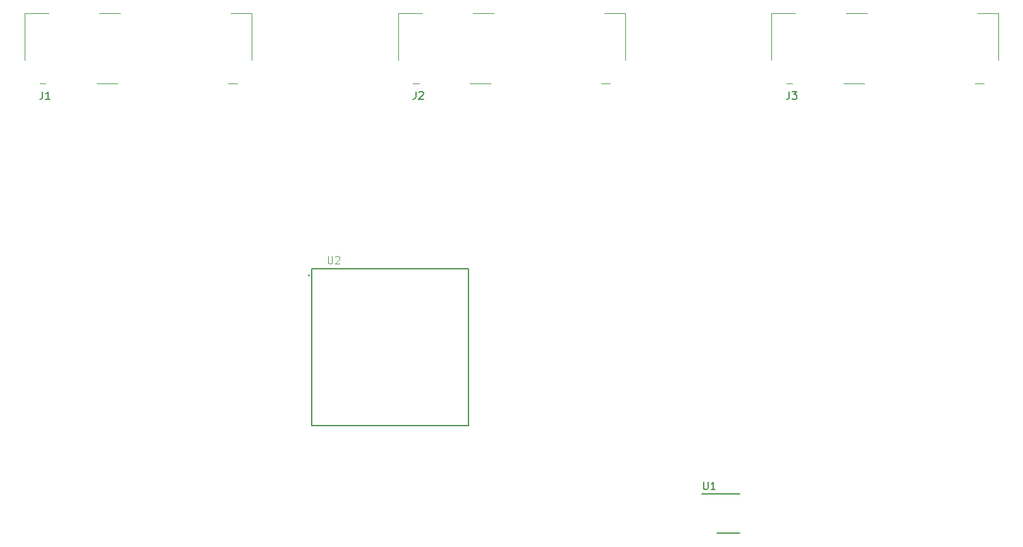
<source format=gbr>
%TF.GenerationSoftware,KiCad,Pcbnew,5.1.6-c6e7f7d~86~ubuntu18.04.1*%
%TF.CreationDate,2020-06-01T18:26:28-05:00*%
%TF.ProjectId,AP2100,41503231-3030-42e6-9b69-6361645f7063,rev?*%
%TF.SameCoordinates,Original*%
%TF.FileFunction,Legend,Top*%
%TF.FilePolarity,Positive*%
%FSLAX46Y46*%
G04 Gerber Fmt 4.6, Leading zero omitted, Abs format (unit mm)*
G04 Created by KiCad (PCBNEW 5.1.6-c6e7f7d~86~ubuntu18.04.1) date 2020-06-01 18:26:28*
%MOMM*%
%LPD*%
G01*
G04 APERTURE LIST*
%ADD10C,0.120000*%
%ADD11C,0.100000*%
%ADD12C,0.127000*%
%ADD13C,0.152400*%
%ADD14C,0.150000*%
%ADD15C,0.015000*%
G04 APERTURE END LIST*
D10*
%TO.C,J3*%
X109800000Y-55300000D02*
X109800000Y-61600000D01*
X113000000Y-55300000D02*
X109800000Y-55300000D01*
X140200000Y-61600000D02*
X140200000Y-55300000D01*
X119400000Y-64700000D02*
X122200000Y-64700000D01*
X122600000Y-55300000D02*
X119800000Y-55300000D01*
X140200000Y-55300000D02*
X137400000Y-55300000D01*
X111800000Y-64700000D02*
X112600000Y-64700000D01*
X137000000Y-64700000D02*
X138200000Y-64700000D01*
%TO.C,J2*%
X59800000Y-55300000D02*
X59800000Y-61600000D01*
X63000000Y-55300000D02*
X59800000Y-55300000D01*
X90200000Y-61600000D02*
X90200000Y-55300000D01*
X69400000Y-64700000D02*
X72200000Y-64700000D01*
X72600000Y-55300000D02*
X69800000Y-55300000D01*
X90200000Y-55300000D02*
X87400000Y-55300000D01*
X61800000Y-64700000D02*
X62600000Y-64700000D01*
X87000000Y-64700000D02*
X88200000Y-64700000D01*
%TO.C,J1*%
X9800000Y-55300000D02*
X9800000Y-61600000D01*
X13000000Y-55300000D02*
X9800000Y-55300000D01*
X40200000Y-61600000D02*
X40200000Y-55300000D01*
X19400000Y-64700000D02*
X22200000Y-64700000D01*
X22600000Y-55300000D02*
X19800000Y-55300000D01*
X40200000Y-55300000D02*
X37400000Y-55300000D01*
X11800000Y-64700000D02*
X12600000Y-64700000D01*
X37000000Y-64700000D02*
X38200000Y-64700000D01*
D11*
%TO.C,U2*%
X47937686Y-90433837D02*
G75*
G03*
X47937686Y-90433837I-100000J0D01*
G01*
D12*
X69237686Y-89533837D02*
X48237686Y-89533837D01*
X69237686Y-110533837D02*
X69237686Y-89533837D01*
X48237686Y-110533837D02*
X69237686Y-110533837D01*
X48237686Y-89533837D02*
X48237686Y-110533837D01*
D13*
%TO.C,U1*%
X100449999Y-119650000D02*
X105500000Y-119650000D01*
X102500000Y-124950000D02*
X105500000Y-124950000D01*
%TO.C,J3*%
D14*
X112166666Y-65802380D02*
X112166666Y-66516666D01*
X112119047Y-66659523D01*
X112023809Y-66754761D01*
X111880952Y-66802380D01*
X111785714Y-66802380D01*
X112547619Y-65802380D02*
X113166666Y-65802380D01*
X112833333Y-66183333D01*
X112976190Y-66183333D01*
X113071428Y-66230952D01*
X113119047Y-66278571D01*
X113166666Y-66373809D01*
X113166666Y-66611904D01*
X113119047Y-66707142D01*
X113071428Y-66754761D01*
X112976190Y-66802380D01*
X112690476Y-66802380D01*
X112595238Y-66754761D01*
X112547619Y-66707142D01*
%TO.C,J2*%
X62166666Y-65802380D02*
X62166666Y-66516666D01*
X62119047Y-66659523D01*
X62023809Y-66754761D01*
X61880952Y-66802380D01*
X61785714Y-66802380D01*
X62595238Y-65897619D02*
X62642857Y-65850000D01*
X62738095Y-65802380D01*
X62976190Y-65802380D01*
X63071428Y-65850000D01*
X63119047Y-65897619D01*
X63166666Y-65992857D01*
X63166666Y-66088095D01*
X63119047Y-66230952D01*
X62547619Y-66802380D01*
X63166666Y-66802380D01*
%TO.C,J1*%
X12166666Y-65802380D02*
X12166666Y-66516666D01*
X12119047Y-66659523D01*
X12023809Y-66754761D01*
X11880952Y-66802380D01*
X11785714Y-66802380D01*
X13166666Y-66802380D02*
X12595238Y-66802380D01*
X12880952Y-66802380D02*
X12880952Y-65802380D01*
X12785714Y-65945238D01*
X12690476Y-66040476D01*
X12595238Y-66088095D01*
%TO.C,U2*%
D15*
X50385651Y-87829076D02*
X50385651Y-88640066D01*
X50433356Y-88735476D01*
X50481062Y-88783181D01*
X50576472Y-88830887D01*
X50767293Y-88830887D01*
X50862704Y-88783181D01*
X50910409Y-88735476D01*
X50958114Y-88640066D01*
X50958114Y-87829076D01*
X51387462Y-87924486D02*
X51435167Y-87876781D01*
X51530578Y-87829076D01*
X51769104Y-87829076D01*
X51864515Y-87876781D01*
X51912220Y-87924486D01*
X51959925Y-88019897D01*
X51959925Y-88115307D01*
X51912220Y-88258423D01*
X51339757Y-88830887D01*
X51959925Y-88830887D01*
%TO.C,U1*%
D14*
X100698095Y-118042380D02*
X100698095Y-118851904D01*
X100745714Y-118947142D01*
X100793333Y-118994761D01*
X100888571Y-119042380D01*
X101079047Y-119042380D01*
X101174285Y-118994761D01*
X101221904Y-118947142D01*
X101269523Y-118851904D01*
X101269523Y-118042380D01*
X102269523Y-119042380D02*
X101698095Y-119042380D01*
X101983809Y-119042380D02*
X101983809Y-118042380D01*
X101888571Y-118185238D01*
X101793333Y-118280476D01*
X101698095Y-118328095D01*
%TD*%
M02*

</source>
